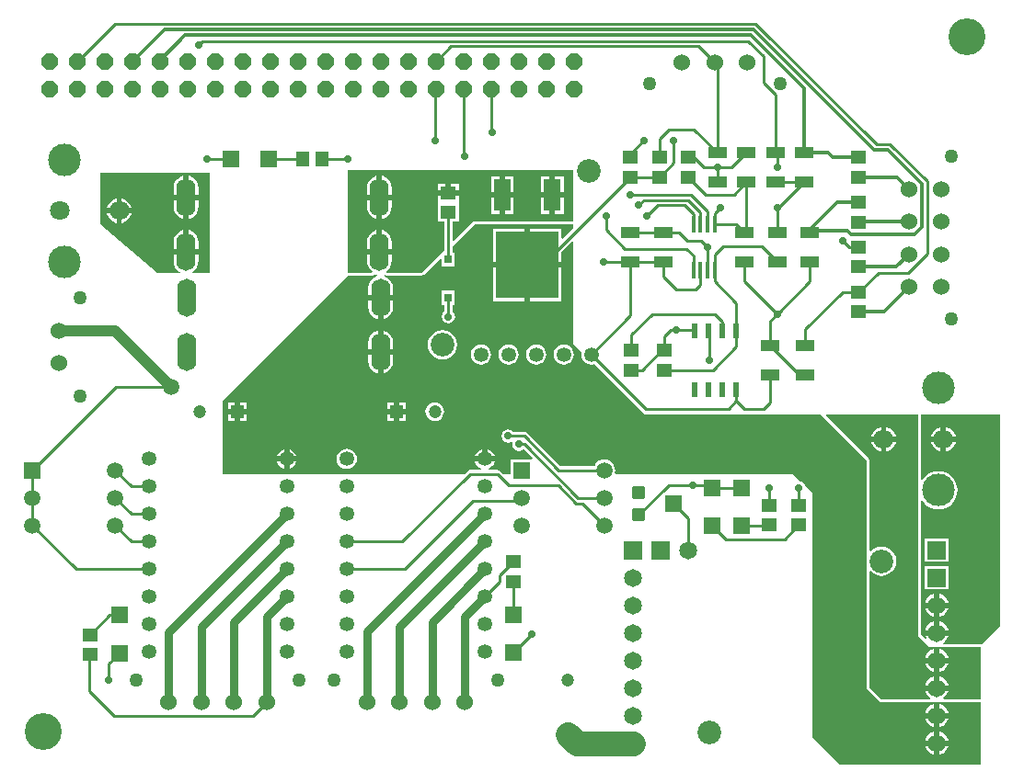
<source format=gtl>
G04 Layer_Physical_Order=1*
G04 Layer_Color=255*
%FSLAX44Y44*%
%MOMM*%
G71*
G01*
G75*
%ADD10R,1.7000X1.1000*%
%ADD11R,1.4000X1.2000*%
%ADD12R,1.2000X1.4000*%
%ADD13O,0.4000X1.6000*%
%ADD14R,0.7000X0.8000*%
%ADD15R,1.5000X1.5000*%
%ADD16R,1.5000X1.5000*%
G04:AMPARAMS|DCode=17|XSize=1.6mm|YSize=1.5mm|CornerRadius=0.075mm|HoleSize=0mm|Usage=FLASHONLY|Rotation=270.000|XOffset=0mm|YOffset=0mm|HoleType=Round|Shape=RoundedRectangle|*
%AMROUNDEDRECTD17*
21,1,1.6000,1.3500,0,0,270.0*
21,1,1.4500,1.5000,0,0,270.0*
1,1,0.1500,-0.6750,-0.7250*
1,1,0.1500,-0.6750,0.7250*
1,1,0.1500,0.6750,0.7250*
1,1,0.1500,0.6750,-0.7250*
%
%ADD17ROUNDEDRECTD17*%
G04:AMPARAMS|DCode=18|XSize=1.2mm|YSize=1.2mm|CornerRadius=0.06mm|HoleSize=0mm|Usage=FLASHONLY|Rotation=270.000|XOffset=0mm|YOffset=0mm|HoleType=Round|Shape=RoundedRectangle|*
%AMROUNDEDRECTD18*
21,1,1.2000,1.0800,0,0,270.0*
21,1,1.0800,1.2000,0,0,270.0*
1,1,0.1200,-0.5400,-0.5400*
1,1,0.1200,-0.5400,0.5400*
1,1,0.1200,0.5400,0.5400*
1,1,0.1200,0.5400,-0.5400*
%
%ADD18ROUNDEDRECTD18*%
%ADD19R,1.6000X3.0000*%
%ADD20R,5.8000X6.2000*%
%ADD21R,0.6000X1.4500*%
%ADD22C,0.2500*%
%ADD23C,0.3000*%
%ADD24C,1.0000*%
%ADD25C,0.5000*%
%ADD26C,0.8000*%
%ADD27C,2.3000*%
%ADD28C,3.4000*%
%ADD29C,1.5240*%
%ADD30C,1.2700*%
%ADD31C,1.5000*%
%ADD32C,1.2000*%
%ADD33R,1.2000X1.2000*%
%ADD34P,1.6496X8X202.5*%
%ADD35R,1.2000X1.2000*%
%ADD36C,2.1840*%
%ADD37C,1.6510*%
%ADD38R,1.6510X1.6510*%
%ADD39C,1.3499*%
%ADD40C,2.1844*%
%ADD41C,3.0000*%
%ADD42C,1.8000*%
%ADD43O,1.7549X3.5098*%
%ADD44C,0.7000*%
G36*
X522500Y501181D02*
Y498907D01*
X512713Y489120D01*
X511540Y489606D01*
Y498540D01*
X482500D01*
Y467500D01*
X511540D01*
Y477133D01*
X521327Y486919D01*
X522500Y486433D01*
X522500Y392500D01*
X530088Y384912D01*
X529771Y382500D01*
X530089Y380085D01*
X531021Y377835D01*
X532503Y375903D01*
X534435Y374421D01*
X536685Y373489D01*
X539100Y373171D01*
X541512Y373488D01*
X587500Y327500D01*
X750000D01*
X792500Y285000D01*
X792500Y75000D01*
X805000Y62500D01*
X897500Y62500D01*
X897500Y5000D01*
X767500Y5000D01*
X742500Y30000D01*
Y255000D01*
X735774Y261726D01*
X735652Y262341D01*
X734326Y264326D01*
X732341Y265652D01*
X731726Y265774D01*
X725000Y272500D01*
X561589D01*
X560794Y273770D01*
X561086Y275992D01*
X560742Y278603D01*
X559735Y281035D01*
X558132Y283124D01*
X556043Y284727D01*
X553610Y285735D01*
X551000Y286078D01*
X548390Y285735D01*
X545957Y284727D01*
X543868Y283124D01*
X542265Y281035D01*
X541760Y279815D01*
X510592D01*
X480204Y310204D01*
X478963Y311032D01*
X477500Y311323D01*
X467161D01*
X466826Y311826D01*
X464841Y313152D01*
X462500Y313617D01*
X460159Y313152D01*
X458174Y311826D01*
X456848Y309841D01*
X456382Y307500D01*
X456848Y305159D01*
X458174Y303174D01*
X460159Y301848D01*
X462500Y301383D01*
X464841Y301848D01*
X465549Y302321D01*
X466692Y301558D01*
X466382Y300000D01*
X466848Y297659D01*
X468174Y295674D01*
X470159Y294348D01*
X472500Y293883D01*
X474841Y294348D01*
X476582Y295511D01*
X484853Y287240D01*
X484305Y285992D01*
X464800D01*
Y272500D01*
X457907D01*
X455204Y275204D01*
X453963Y276032D01*
X452500Y276323D01*
X444266D01*
X444013Y277593D01*
X445685Y278286D01*
X447625Y279775D01*
X449114Y281715D01*
X450019Y283900D01*
X431981D01*
X432886Y281715D01*
X434375Y279775D01*
X436315Y278286D01*
X437987Y277593D01*
X437734Y276323D01*
X427500D01*
X426037Y276032D01*
X424796Y275204D01*
X422093Y272500D01*
X200000D01*
X200000Y340000D01*
X315451Y455451D01*
X337307D01*
X337390Y455467D01*
X337474Y455457D01*
X337875Y455564D01*
X338283Y455645D01*
X338353Y455692D01*
X338435Y455714D01*
X338764Y455967D01*
X338814Y456000D01*
X341782D01*
X342046Y454798D01*
X339294Y453658D01*
X336930Y451844D01*
X335117Y449481D01*
X333977Y446728D01*
X333588Y443774D01*
Y437500D01*
X345000D01*
X356412D01*
Y443774D01*
X356023Y446728D01*
X354883Y449481D01*
X353070Y451844D01*
X350706Y453658D01*
X348887Y454411D01*
X349022Y455730D01*
X349444Y455810D01*
X349569Y455714D01*
X349650Y455692D01*
X349721Y455645D01*
X350128Y455564D01*
X350529Y455457D01*
X350613Y455467D01*
X350696Y455451D01*
X383000D01*
X383975Y455645D01*
X384507Y456000D01*
X385000D01*
X400327Y471327D01*
X401500Y470841D01*
Y463500D01*
X413500D01*
Y476500D01*
X411323D01*
Y482323D01*
X431451Y502451D01*
X522500Y502451D01*
X522500Y501181D01*
D02*
G37*
G36*
X840000Y327500D02*
X840000Y123104D01*
X850000Y113104D01*
X897500D01*
X897500Y66319D01*
X897500Y65049D01*
X863229D01*
X862798Y66319D01*
X864599Y67701D01*
X866329Y69956D01*
X867417Y72582D01*
X867459Y72900D01*
X846341D01*
X846383Y72582D01*
X847471Y69956D01*
X849201Y67701D01*
X851002Y66319D01*
X850571Y65049D01*
X806056D01*
X795049Y76056D01*
X795049Y182622D01*
X796252Y183030D01*
X796529Y182669D01*
X799332Y180518D01*
X802597Y179165D01*
X806100Y178704D01*
X809603Y179165D01*
X812868Y180518D01*
X815671Y182669D01*
X817822Y185472D01*
X819175Y188737D01*
X819636Y192240D01*
X819175Y195743D01*
X817822Y199008D01*
X815671Y201811D01*
X812868Y203962D01*
X809603Y205315D01*
X806100Y205776D01*
X802597Y205315D01*
X799332Y203962D01*
X796529Y201811D01*
X796252Y201450D01*
X795049Y201858D01*
Y285000D01*
X794855Y285975D01*
X794302Y286802D01*
X754778Y326327D01*
X755264Y327500D01*
X840000Y327500D01*
D02*
G37*
G36*
X522500Y505000D02*
X430000Y505000D01*
X412497Y487497D01*
X411323Y487983D01*
Y505000D01*
X417000D01*
Y521707D01*
X417040Y522960D01*
X417040Y523253D01*
Y529000D01*
X407500D01*
X397960D01*
Y523254D01*
X397960Y522960D01*
X398000Y521707D01*
Y505000D01*
X403676D01*
Y478676D01*
X383000Y458000D01*
X350696D01*
X350265Y459270D01*
X352071Y460656D01*
X353885Y463019D01*
X355025Y465772D01*
X355414Y468726D01*
Y475000D01*
X344002D01*
X332590D01*
Y468726D01*
X332979Y465772D01*
X334119Y463019D01*
X335932Y460656D01*
X337738Y459270D01*
X337307Y458000D01*
X315000D01*
X315000Y552500D01*
X522500D01*
Y505000D01*
D02*
G37*
G36*
X187500Y457500D02*
X171787D01*
X171535Y458770D01*
X171710Y458842D01*
X174073Y460656D01*
X175887Y463019D01*
X177027Y465772D01*
X177416Y468726D01*
Y475000D01*
X166004D01*
X154592D01*
Y468726D01*
X154980Y465772D01*
X156121Y463019D01*
X157934Y460656D01*
X160298Y458842D01*
X160473Y458770D01*
X160220Y457500D01*
X140000D01*
X87500Y502500D01*
Y550000D01*
X187500D01*
Y457500D01*
D02*
G37*
G36*
X915000Y132500D02*
X898045Y115545D01*
X897500Y115653D01*
X862886D01*
X862643Y116155D01*
X862543Y116923D01*
X864599Y118501D01*
X866329Y120756D01*
X867417Y123382D01*
X867459Y123700D01*
X846341D01*
X846383Y123382D01*
X847274Y121232D01*
X846197Y120512D01*
X842549Y124160D01*
X842549Y247493D01*
X843781Y247802D01*
X843819Y247730D01*
X846006Y245066D01*
X848671Y242879D01*
X851711Y241254D01*
X855009Y240253D01*
X858440Y239915D01*
X861871Y240253D01*
X865169Y241254D01*
X868210Y242879D01*
X870874Y245066D01*
X873061Y247730D01*
X874686Y250771D01*
X875687Y254069D01*
X876025Y257500D01*
X875687Y260931D01*
X874686Y264229D01*
X873061Y267269D01*
X870874Y269934D01*
X868210Y272121D01*
X865169Y273746D01*
X861871Y274747D01*
X858440Y275085D01*
X855009Y274747D01*
X851711Y273746D01*
X848671Y272121D01*
X846006Y269934D01*
X843819Y267269D01*
X843781Y267198D01*
X842549Y267507D01*
Y327500D01*
X843819Y327500D01*
X915000Y327500D01*
X915000Y132500D01*
D02*
G37*
%LPC*%
G36*
X438500Y295419D02*
X436315Y294514D01*
X434375Y293025D01*
X432886Y291085D01*
X431981Y288900D01*
X438500D01*
Y295419D01*
D02*
G37*
G36*
X261214D02*
Y288900D01*
X267733D01*
X266828Y291085D01*
X265339Y293025D01*
X263399Y294514D01*
X261214Y295419D01*
D02*
G37*
G36*
X443500D02*
Y288900D01*
X450019D01*
X449114Y291085D01*
X447625Y293025D01*
X445685Y294514D01*
X443500Y295419D01*
D02*
G37*
G36*
X256214Y283900D02*
X249694D01*
X250599Y281715D01*
X252089Y279775D01*
X254029Y278286D01*
X256214Y277381D01*
Y283900D01*
D02*
G37*
G36*
X314000Y295729D02*
X311585Y295411D01*
X309335Y294479D01*
X307403Y292997D01*
X305921Y291065D01*
X304989Y288815D01*
X304671Y286400D01*
X304989Y283985D01*
X305921Y281735D01*
X307403Y279803D01*
X309335Y278321D01*
X311585Y277389D01*
X314000Y277071D01*
X316415Y277389D01*
X318665Y278321D01*
X320597Y279803D01*
X322079Y281735D01*
X323011Y283985D01*
X323329Y286400D01*
X323011Y288815D01*
X322079Y291065D01*
X320597Y292997D01*
X318665Y294479D01*
X316415Y295411D01*
X314000Y295729D01*
D02*
G37*
G36*
X267733Y283900D02*
X261214D01*
Y277381D01*
X263399Y278286D01*
X265339Y279775D01*
X266828Y281715D01*
X267733Y283900D01*
D02*
G37*
G36*
X256214Y295419D02*
X254029Y294514D01*
X252089Y293025D01*
X250599Y291085D01*
X249694Y288900D01*
X256214D01*
Y295419D01*
D02*
G37*
G36*
X854400Y22100D02*
X846341D01*
X846383Y21782D01*
X847471Y19156D01*
X849201Y16901D01*
X851456Y15171D01*
X854082Y14083D01*
X854400Y14041D01*
Y22100D01*
D02*
G37*
G36*
X211000Y327500D02*
X204960D01*
Y321460D01*
X211000D01*
Y327500D01*
D02*
G37*
G36*
X395000Y338573D02*
X392781Y338281D01*
X390713Y337425D01*
X388938Y336062D01*
X387575Y334287D01*
X386719Y332219D01*
X386427Y330000D01*
X386719Y327781D01*
X387575Y325713D01*
X388938Y323938D01*
X390713Y322575D01*
X392781Y321719D01*
X395000Y321427D01*
X397219Y321719D01*
X399287Y322575D01*
X401062Y323938D01*
X402425Y325713D01*
X403281Y327781D01*
X403573Y330000D01*
X403281Y332219D01*
X402425Y334287D01*
X401062Y336062D01*
X399287Y337425D01*
X397219Y338281D01*
X395000Y338573D01*
D02*
G37*
G36*
X222040Y327500D02*
X216000D01*
Y321460D01*
X222040D01*
Y327500D01*
D02*
G37*
G36*
X368540D02*
X362500D01*
Y321460D01*
X368540D01*
Y327500D01*
D02*
G37*
G36*
X357500D02*
X351460D01*
Y321460D01*
X357500D01*
Y327500D01*
D02*
G37*
G36*
X854400Y60559D02*
X854082Y60517D01*
X851456Y59429D01*
X849201Y57699D01*
X847471Y55444D01*
X846383Y52818D01*
X846341Y52500D01*
X854400D01*
Y60559D01*
D02*
G37*
G36*
X867459Y47500D02*
X859400D01*
Y39441D01*
X859718Y39483D01*
X862344Y40571D01*
X864599Y42301D01*
X866329Y44556D01*
X867417Y47182D01*
X867459Y47500D01*
D02*
G37*
G36*
X859400Y60559D02*
Y52500D01*
X867459D01*
X867417Y52818D01*
X866329Y55444D01*
X864599Y57699D01*
X862344Y59429D01*
X859718Y60517D01*
X859400Y60559D01*
D02*
G37*
G36*
Y35159D02*
Y27100D01*
X867459D01*
X867417Y27418D01*
X866329Y30044D01*
X864599Y32299D01*
X862344Y34029D01*
X859718Y35117D01*
X859400Y35159D01*
D02*
G37*
G36*
X854400Y47500D02*
X846341D01*
X846383Y47182D01*
X847471Y44556D01*
X849201Y42301D01*
X851456Y40571D01*
X854082Y39483D01*
X854400Y39441D01*
Y47500D01*
D02*
G37*
G36*
Y35159D02*
X854082Y35117D01*
X851456Y34029D01*
X849201Y32299D01*
X847471Y30044D01*
X846383Y27418D01*
X846341Y27100D01*
X854400D01*
Y35159D01*
D02*
G37*
G36*
X867459Y22100D02*
X859400D01*
Y14041D01*
X859718Y14083D01*
X862344Y15171D01*
X864599Y16901D01*
X866329Y19156D01*
X867417Y21782D01*
X867459Y22100D01*
D02*
G37*
G36*
X211000Y338540D02*
X204960D01*
Y332500D01*
X211000D01*
Y338540D01*
D02*
G37*
G36*
X488300Y391829D02*
X485885Y391511D01*
X483635Y390579D01*
X481703Y389097D01*
X480221Y387165D01*
X479289Y384915D01*
X478971Y382500D01*
X479289Y380085D01*
X480221Y377835D01*
X481703Y375903D01*
X483635Y374421D01*
X485885Y373489D01*
X488300Y373171D01*
X490715Y373489D01*
X492965Y374421D01*
X494897Y375903D01*
X496379Y377835D01*
X497311Y380085D01*
X497629Y382500D01*
X497311Y384915D01*
X496379Y387165D01*
X494897Y389097D01*
X492965Y390579D01*
X490715Y391511D01*
X488300Y391829D01*
D02*
G37*
G36*
X462900D02*
X460485Y391511D01*
X458235Y390579D01*
X456303Y389097D01*
X454821Y387165D01*
X453889Y384915D01*
X453571Y382500D01*
X453889Y380085D01*
X454821Y377835D01*
X456303Y375903D01*
X458235Y374421D01*
X460485Y373489D01*
X462900Y373171D01*
X465315Y373489D01*
X467565Y374421D01*
X469497Y375903D01*
X470979Y377835D01*
X471911Y380085D01*
X472229Y382500D01*
X471911Y384915D01*
X470979Y387165D01*
X469497Y389097D01*
X467565Y390579D01*
X465315Y391511D01*
X462900Y391829D01*
D02*
G37*
G36*
X513700D02*
X511285Y391511D01*
X509035Y390579D01*
X507103Y389097D01*
X505621Y387165D01*
X504689Y384915D01*
X504371Y382500D01*
X504689Y380085D01*
X505621Y377835D01*
X507103Y375903D01*
X509035Y374421D01*
X511285Y373489D01*
X513700Y373171D01*
X516115Y373489D01*
X518365Y374421D01*
X520297Y375903D01*
X521779Y377835D01*
X522711Y380085D01*
X523029Y382500D01*
X522711Y384915D01*
X521779Y387165D01*
X520297Y389097D01*
X518365Y390579D01*
X516115Y391511D01*
X513700Y391829D01*
D02*
G37*
G36*
X342500Y404855D02*
X342046Y404795D01*
X339294Y403655D01*
X336930Y401842D01*
X335117Y399478D01*
X333977Y396726D01*
X333588Y393772D01*
Y387498D01*
X342500D01*
Y404855D01*
D02*
G37*
G36*
X401940Y404928D02*
X398436Y404467D01*
X395171Y403114D01*
X392367Y400963D01*
X390216Y398159D01*
X388863Y394894D01*
X388402Y391390D01*
X388863Y387886D01*
X390216Y384621D01*
X392367Y381817D01*
X395171Y379666D01*
X398436Y378313D01*
X401940Y377852D01*
X405444Y378313D01*
X408709Y379666D01*
X411513Y381817D01*
X413664Y384621D01*
X415017Y387886D01*
X415478Y391390D01*
X415017Y394894D01*
X413664Y398159D01*
X411513Y400963D01*
X408709Y403114D01*
X405444Y404467D01*
X401940Y404928D01*
D02*
G37*
G36*
X437500Y391829D02*
X435085Y391511D01*
X432835Y390579D01*
X430903Y389097D01*
X429421Y387165D01*
X428489Y384915D01*
X428171Y382500D01*
X428489Y380085D01*
X429421Y377835D01*
X430903Y375903D01*
X432835Y374421D01*
X435085Y373489D01*
X437500Y373171D01*
X439915Y373489D01*
X442165Y374421D01*
X444097Y375903D01*
X445579Y377835D01*
X446511Y380085D01*
X446829Y382500D01*
X446511Y384915D01*
X445579Y387165D01*
X444097Y389097D01*
X442165Y390579D01*
X439915Y391511D01*
X437500Y391829D01*
D02*
G37*
G36*
X368540Y338540D02*
X362500D01*
Y332500D01*
X368540D01*
Y338540D01*
D02*
G37*
G36*
X357500D02*
X351460D01*
Y332500D01*
X357500D01*
Y338540D01*
D02*
G37*
G36*
X222040D02*
X216000D01*
Y332500D01*
X222040D01*
Y338540D01*
D02*
G37*
G36*
X342500Y382498D02*
X333588D01*
Y376223D01*
X333977Y373270D01*
X335117Y370517D01*
X336930Y368154D01*
X339294Y366340D01*
X342046Y365200D01*
X342500Y365140D01*
Y382498D01*
D02*
G37*
G36*
X356412D02*
X347500D01*
Y365140D01*
X347954Y365200D01*
X350706Y366340D01*
X353070Y368154D01*
X354883Y370517D01*
X356023Y373270D01*
X356412Y376223D01*
Y382498D01*
D02*
G37*
G36*
X477500Y498540D02*
X448460D01*
Y467500D01*
X477500D01*
Y498540D01*
D02*
G37*
G36*
X511540Y462500D02*
X482500D01*
Y431460D01*
X511540D01*
Y462500D01*
D02*
G37*
G36*
X413500Y441500D02*
X401500D01*
Y428500D01*
X403677D01*
Y422161D01*
X403174Y421826D01*
X401848Y419841D01*
X401382Y417500D01*
X401848Y415159D01*
X403174Y413174D01*
X405159Y411848D01*
X407500Y411382D01*
X409841Y411848D01*
X411826Y413174D01*
X413152Y415159D01*
X413618Y417500D01*
X413152Y419841D01*
X411826Y421826D01*
X411323Y422161D01*
Y428500D01*
X413500D01*
Y441500D01*
D02*
G37*
G36*
X347500Y404855D02*
Y387498D01*
X356412D01*
Y393772D01*
X356023Y396726D01*
X354883Y399478D01*
X353070Y401842D01*
X350706Y403655D01*
X347954Y404795D01*
X347500Y404855D01*
D02*
G37*
G36*
X356412Y432500D02*
X347500D01*
Y415143D01*
X347954Y415202D01*
X350706Y416342D01*
X353070Y418156D01*
X354883Y420519D01*
X356023Y423272D01*
X356412Y426226D01*
Y432500D01*
D02*
G37*
G36*
X477500Y462500D02*
X448460D01*
Y431460D01*
X477500D01*
Y462500D01*
D02*
G37*
G36*
X342500Y432500D02*
X333588D01*
Y426226D01*
X333977Y423272D01*
X335117Y420519D01*
X336930Y418156D01*
X339294Y416342D01*
X342046Y415202D01*
X342500Y415143D01*
Y432500D01*
D02*
G37*
G36*
X805540Y302000D02*
X796730D01*
X796797Y301487D01*
X797960Y298680D01*
X799810Y296270D01*
X802220Y294420D01*
X805027Y293257D01*
X805540Y293190D01*
Y302000D01*
D02*
G37*
G36*
X819351D02*
X810540D01*
Y293190D01*
X811053Y293257D01*
X813860Y294420D01*
X816271Y296270D01*
X818120Y298680D01*
X819283Y301487D01*
X819351Y302000D01*
D02*
G37*
G36*
X805540Y315810D02*
X805027Y315743D01*
X802220Y314580D01*
X799810Y312730D01*
X797960Y310320D01*
X796797Y307512D01*
X796730Y307000D01*
X805540D01*
Y315810D01*
D02*
G37*
G36*
X810540D02*
Y307000D01*
X819351D01*
X819283Y307512D01*
X818120Y310320D01*
X816271Y312730D01*
X813860Y314580D01*
X811053Y315743D01*
X810540Y315810D01*
D02*
G37*
G36*
X867459Y98300D02*
X859400D01*
Y90241D01*
X859718Y90283D01*
X862344Y91371D01*
X864599Y93101D01*
X866329Y95356D01*
X867417Y97982D01*
X867459Y98300D01*
D02*
G37*
G36*
X854400D02*
X846341D01*
X846383Y97982D01*
X847471Y95356D01*
X849201Y93101D01*
X851456Y91371D01*
X854082Y90283D01*
X854400Y90241D01*
Y98300D01*
D02*
G37*
G36*
Y111359D02*
X854082Y111317D01*
X851456Y110229D01*
X849201Y108499D01*
X847471Y106244D01*
X846383Y103618D01*
X846341Y103300D01*
X854400D01*
Y111359D01*
D02*
G37*
G36*
X859400D02*
Y103300D01*
X867459D01*
X867417Y103618D01*
X866329Y106244D01*
X864599Y108499D01*
X862344Y110229D01*
X859718Y111317D01*
X859400Y111359D01*
D02*
G37*
G36*
Y85959D02*
Y77900D01*
X867459D01*
X867417Y78218D01*
X866329Y80844D01*
X864599Y83099D01*
X862344Y84829D01*
X859718Y85917D01*
X859400Y85959D01*
D02*
G37*
G36*
X854400D02*
X854082Y85917D01*
X851456Y84829D01*
X849201Y83099D01*
X847471Y80844D01*
X846383Y78218D01*
X846341Y77900D01*
X854400D01*
Y85959D01*
D02*
G37*
G36*
X467640Y527000D02*
X459600D01*
Y511960D01*
X467640D01*
Y527000D01*
D02*
G37*
G36*
X454600D02*
X446560D01*
Y511960D01*
X454600D01*
Y527000D01*
D02*
G37*
G36*
X500400D02*
X492360D01*
Y511960D01*
X500400D01*
Y527000D01*
D02*
G37*
G36*
X513440D02*
X505400D01*
Y511960D01*
X513440D01*
Y527000D01*
D02*
G37*
G36*
X355414Y525002D02*
X346502D01*
Y507645D01*
X346955Y507705D01*
X349708Y508845D01*
X352071Y510658D01*
X353885Y513022D01*
X355025Y515774D01*
X355414Y518728D01*
Y525002D01*
D02*
G37*
G36*
X341502D02*
X332590D01*
Y518728D01*
X332979Y515774D01*
X334119Y513022D01*
X335932Y510658D01*
X338296Y508845D01*
X341048Y507705D01*
X341502Y507645D01*
Y525002D01*
D02*
G37*
G36*
X500400Y547040D02*
X492360D01*
Y532000D01*
X500400D01*
Y547040D01*
D02*
G37*
G36*
X467640D02*
X459600D01*
Y532000D01*
X467640D01*
Y547040D01*
D02*
G37*
G36*
X513440D02*
X505400D01*
Y532000D01*
X513440D01*
Y547040D01*
D02*
G37*
G36*
X417040Y540040D02*
X410000D01*
Y534000D01*
X417040D01*
Y540040D01*
D02*
G37*
G36*
X405000D02*
X397960D01*
Y534000D01*
X405000D01*
Y540040D01*
D02*
G37*
G36*
X454600Y547040D02*
X446560D01*
Y532000D01*
X454600D01*
Y547040D01*
D02*
G37*
G36*
X341502Y547360D02*
X341048Y547300D01*
X338296Y546160D01*
X335932Y544346D01*
X334119Y541983D01*
X332979Y539230D01*
X332590Y536277D01*
Y530002D01*
X341502D01*
Y547360D01*
D02*
G37*
G36*
X346502D02*
Y530002D01*
X355414D01*
Y536277D01*
X355025Y539230D01*
X353885Y541983D01*
X352071Y544346D01*
X349708Y546160D01*
X346955Y547300D01*
X346502Y547360D01*
D02*
G37*
G36*
X341502Y497357D02*
X341048Y497298D01*
X338296Y496158D01*
X335932Y494344D01*
X334119Y491981D01*
X332979Y489228D01*
X332590Y486274D01*
Y480000D01*
X341502D01*
Y497357D01*
D02*
G37*
G36*
X346502D02*
Y480000D01*
X355414D01*
Y486274D01*
X355025Y489228D01*
X353885Y491981D01*
X352071Y494344D01*
X349708Y496158D01*
X346955Y497298D01*
X346502Y497357D01*
D02*
G37*
G36*
X102000Y526310D02*
X101488Y526243D01*
X98680Y525080D01*
X96270Y523230D01*
X94420Y520820D01*
X93257Y518013D01*
X93190Y517500D01*
X102000D01*
Y526310D01*
D02*
G37*
G36*
X177416Y525002D02*
X168504D01*
Y507645D01*
X168957Y507705D01*
X171710Y508845D01*
X174073Y510658D01*
X175887Y513022D01*
X177027Y515774D01*
X177416Y518728D01*
Y525002D01*
D02*
G37*
G36*
X102000Y512500D02*
X93190D01*
X93257Y511987D01*
X94420Y509180D01*
X96270Y506770D01*
X98680Y504920D01*
X101488Y503757D01*
X102000Y503690D01*
Y512500D01*
D02*
G37*
G36*
X115810D02*
X107000D01*
Y503690D01*
X107513Y503757D01*
X110320Y504920D01*
X112730Y506770D01*
X114580Y509180D01*
X115743Y511987D01*
X115810Y512500D01*
D02*
G37*
G36*
X163504Y525002D02*
X154592D01*
Y518728D01*
X154980Y515774D01*
X156121Y513022D01*
X157934Y510658D01*
X160298Y508845D01*
X163050Y507705D01*
X163504Y507645D01*
Y525002D01*
D02*
G37*
G36*
X107000Y526311D02*
Y517500D01*
X115810D01*
X115743Y518013D01*
X114580Y520820D01*
X112730Y523230D01*
X110320Y525080D01*
X107513Y526243D01*
X107000Y526311D01*
D02*
G37*
G36*
X168504Y547360D02*
Y530002D01*
X177416D01*
Y536277D01*
X177027Y539230D01*
X175887Y541983D01*
X174073Y544346D01*
X171710Y546160D01*
X168957Y547300D01*
X168504Y547360D01*
D02*
G37*
G36*
X163504Y547360D02*
X163050Y547300D01*
X160298Y546160D01*
X157934Y544346D01*
X156121Y541983D01*
X154980Y539230D01*
X154592Y536277D01*
Y530002D01*
X163504D01*
Y547360D01*
D02*
G37*
G36*
X168504Y497357D02*
Y480000D01*
X177416D01*
Y486274D01*
X177027Y489228D01*
X175887Y491981D01*
X174073Y494344D01*
X171710Y496158D01*
X168957Y497298D01*
X168504Y497357D01*
D02*
G37*
G36*
X163504Y497357D02*
X163050Y497298D01*
X160298Y496158D01*
X157934Y494344D01*
X156121Y491981D01*
X154980Y489228D01*
X154592Y486274D01*
Y480000D01*
X163504D01*
Y497357D01*
D02*
G37*
G36*
X874351Y302000D02*
X865540D01*
Y293190D01*
X866053Y293257D01*
X868860Y294420D01*
X871270Y296270D01*
X873120Y298680D01*
X874283Y301487D01*
X874351Y302000D01*
D02*
G37*
G36*
X860540D02*
X851730D01*
X851797Y301487D01*
X852960Y298680D01*
X854810Y296270D01*
X857220Y294420D01*
X860027Y293257D01*
X860540Y293190D01*
Y302000D01*
D02*
G37*
G36*
X865540Y315810D02*
Y307000D01*
X874350D01*
X874283Y307512D01*
X873120Y310320D01*
X871270Y312730D01*
X868860Y314580D01*
X866053Y315743D01*
X865540Y315810D01*
D02*
G37*
G36*
X860540Y315810D02*
X860027Y315743D01*
X857220Y314580D01*
X854810Y312730D01*
X852960Y310320D01*
X851797Y307512D01*
X851730Y307000D01*
X860540D01*
Y315810D01*
D02*
G37*
G36*
X854400Y136759D02*
X854082Y136717D01*
X851456Y135629D01*
X849201Y133899D01*
X847471Y131644D01*
X846383Y129018D01*
X846341Y128700D01*
X854400D01*
Y136759D01*
D02*
G37*
G36*
X859400D02*
Y128700D01*
X867459D01*
X867417Y129018D01*
X866329Y131644D01*
X864599Y133899D01*
X862344Y135629D01*
X859718Y136717D01*
X859400Y136759D01*
D02*
G37*
G36*
X867655Y213155D02*
X846145D01*
Y191645D01*
X867655D01*
Y213155D01*
D02*
G37*
G36*
X867459Y149100D02*
X859400D01*
Y141041D01*
X859718Y141083D01*
X862344Y142171D01*
X864599Y143901D01*
X866329Y146156D01*
X867417Y148782D01*
X867459Y149100D01*
D02*
G37*
G36*
X854400D02*
X846341D01*
X846383Y148782D01*
X847471Y146156D01*
X849201Y143901D01*
X851456Y142171D01*
X854082Y141083D01*
X854400Y141041D01*
Y149100D01*
D02*
G37*
G36*
Y162159D02*
X854082Y162117D01*
X851456Y161029D01*
X849201Y159299D01*
X847471Y157044D01*
X846383Y154418D01*
X846341Y154100D01*
X854400D01*
Y162159D01*
D02*
G37*
G36*
X867655Y187755D02*
X846145D01*
Y166245D01*
X867655D01*
Y187755D01*
D02*
G37*
G36*
X859400Y162159D02*
Y154100D01*
X867459D01*
X867417Y154418D01*
X866329Y157044D01*
X864599Y159299D01*
X862344Y161029D01*
X859718Y162117D01*
X859400Y162159D01*
D02*
G37*
%LPD*%
D10*
X708333Y568500D02*
D03*
Y541500D02*
D03*
X735950Y363750D02*
D03*
Y390750D02*
D03*
X703450D02*
D03*
Y363750D02*
D03*
X575000Y468000D02*
D03*
Y495000D02*
D03*
X605000Y468000D02*
D03*
Y495000D02*
D03*
X680000D02*
D03*
Y468000D02*
D03*
X710000D02*
D03*
Y495000D02*
D03*
X735000Y541500D02*
D03*
Y568500D02*
D03*
X681667Y541500D02*
D03*
Y568500D02*
D03*
X655000Y541500D02*
D03*
Y568500D02*
D03*
X740000Y468000D02*
D03*
Y495000D02*
D03*
D11*
X785000Y422000D02*
D03*
Y440000D02*
D03*
Y463333D02*
D03*
Y481333D02*
D03*
X601667Y546000D02*
D03*
Y564000D02*
D03*
X575000D02*
D03*
Y546000D02*
D03*
X628333Y564000D02*
D03*
Y546000D02*
D03*
X785000Y504667D02*
D03*
Y522667D02*
D03*
Y546000D02*
D03*
Y564000D02*
D03*
X467500Y191500D02*
D03*
Y173500D02*
D03*
X575950Y386250D02*
D03*
Y368250D02*
D03*
X605950Y386250D02*
D03*
Y368250D02*
D03*
X77500Y106000D02*
D03*
Y124000D02*
D03*
X407500Y513500D02*
D03*
Y531500D02*
D03*
X730000Y225484D02*
D03*
Y243484D02*
D03*
X703083D02*
D03*
Y225484D02*
D03*
D12*
X291500Y562500D02*
D03*
X273500D02*
D03*
D13*
X652500Y502500D02*
D03*
X646000D02*
D03*
X639500D02*
D03*
X633000D02*
D03*
X652500Y460500D02*
D03*
X646000D02*
D03*
X639500D02*
D03*
X633000D02*
D03*
D14*
X407500Y435000D02*
D03*
Y470000D02*
D03*
D15*
X242500Y562500D02*
D03*
X207500D02*
D03*
D16*
X105000Y142500D02*
D03*
Y107500D02*
D03*
X467500Y142908D02*
D03*
Y107908D02*
D03*
X676917Y225000D02*
D03*
Y260000D02*
D03*
X650000Y225000D02*
D03*
Y260000D02*
D03*
X24800Y275992D02*
D03*
X474800D02*
D03*
D17*
X615000Y245000D02*
D03*
D18*
X582500Y255000D02*
D03*
Y235000D02*
D03*
D19*
X502900Y529500D02*
D03*
X457100D02*
D03*
D20*
X480000Y465000D02*
D03*
D21*
X634400Y350000D02*
D03*
X647100D02*
D03*
X659800D02*
D03*
X672500D02*
D03*
X634400Y404500D02*
D03*
X647100D02*
D03*
X659800D02*
D03*
X672500D02*
D03*
D22*
X617000Y442500D02*
X635000D01*
X605000Y454500D02*
X617000Y442500D01*
X605000Y454500D02*
Y468000D01*
X635000Y442500D02*
X639500Y447000D01*
Y460500D01*
X177500Y667500D02*
X181500Y671500D01*
X100700Y687500D02*
X690203D01*
X181500Y671500D02*
X683500D01*
X632500Y262500D02*
X647500D01*
X610000D02*
X632500D01*
X607500Y260000D02*
X610000Y262500D01*
X647500D02*
X650000Y260000D01*
X650000Y260000D01*
X607500D02*
X607500Y260000D01*
X582500Y235000D02*
X607500Y260000D01*
X467500Y107908D02*
X484592Y125000D01*
X668167Y555000D02*
X681667Y568500D01*
X655000Y555000D02*
X668167D01*
X655000Y541500D02*
Y555000D01*
X642500D02*
X655000D01*
X633500Y564000D02*
X642500Y555000D01*
X690203Y687500D02*
X801419Y576284D01*
X65700Y652500D02*
X100700Y687500D01*
X615000Y245000D02*
X628300Y231700D01*
Y202400D02*
Y231700D01*
X427500Y272500D02*
X452500D01*
X365200Y210200D02*
X427500Y272500D01*
X452500D02*
X463158Y261842D01*
X650000Y225000D02*
X662500Y212500D01*
X717016D01*
X730000Y225484D01*
X676917Y225000D02*
X702599D01*
X703083Y225484D01*
X650000Y260000D02*
X676917D01*
X730450Y363750D02*
X735950D01*
X697500Y332500D02*
X703450Y338450D01*
X680000Y332500D02*
X697500D01*
X672500Y340000D02*
X680000Y332500D01*
X665000D02*
X672500Y340000D01*
X589100Y332500D02*
X665000D01*
X539100Y382500D02*
X589100Y332500D01*
X632429Y460500D02*
X633000D01*
X672500Y404500D02*
Y430000D01*
X652500Y450000D02*
X672500Y430000D01*
X539100Y382500D02*
X575000Y418400D01*
X647100Y404500D02*
X647500Y404100D01*
X185000Y562500D02*
X207500D01*
X65192Y184800D02*
X131714D01*
X314000D02*
X367300D01*
X659800Y404500D02*
Y412700D01*
X652500Y420000D02*
X659800Y412700D01*
X595000Y420000D02*
X652500D01*
X575950Y400950D02*
X595000Y420000D01*
X575950Y386250D02*
Y400950D01*
X617500Y405000D02*
X633900D01*
X652500Y651654D02*
X655000Y649154D01*
Y568500D02*
Y649154D01*
X291500Y562500D02*
X315000D01*
X207500D02*
X207500Y562500D01*
X421300Y566200D02*
Y627100D01*
Y566200D02*
X422500Y565000D01*
X446700Y588300D02*
X447500Y587500D01*
X395000Y626200D02*
X395900Y627100D01*
X395000Y580000D02*
Y626200D01*
X446700Y588300D02*
Y627100D01*
X603450Y386250D02*
X605950D01*
X585450Y368250D02*
X603450Y386250D01*
X633900Y405000D02*
X634400Y404500D01*
X611900Y405000D02*
X617500D01*
X605950Y399050D02*
X611900Y405000D01*
X550500Y468000D02*
X575000D01*
X670167Y530000D02*
X681667Y541500D01*
X645250Y503250D02*
X646000Y502500D01*
X697500Y632672D02*
Y657500D01*
X683500Y671500D02*
X697500Y657500D01*
X770000Y487500D02*
X776167Y481333D01*
X830453Y458083D02*
X848160Y475790D01*
X803083Y458083D02*
X830453D01*
X785000Y440000D02*
X803083Y458083D01*
X697500Y632672D02*
X708333Y621839D01*
Y568500D02*
Y621839D01*
X672500Y502500D02*
X680000Y495000D01*
X681667Y496667D01*
X645250Y459750D02*
X646000Y460500D01*
X605950Y386250D02*
Y399050D01*
X710000Y420000D02*
X740000Y450000D01*
X680000Y450000D02*
X710000Y420000D01*
X703450Y413450D02*
X710000Y420000D01*
X703450Y390750D02*
Y413450D01*
X695500Y482500D02*
X710000Y468000D01*
X711000Y517500D02*
X735000Y541500D01*
X710000Y517500D02*
X711000D01*
X710000Y495000D02*
Y517500D01*
X776167Y481333D02*
X785000D01*
X314000Y210200D02*
X365200D01*
X735950Y390750D02*
Y405950D01*
X770000Y440000D02*
X785000D01*
X735950Y405950D02*
X770000Y440000D01*
X681667Y568167D02*
Y568500D01*
X650750Y368250D02*
X672500Y390000D01*
X407500Y417500D02*
Y435000D01*
X407500Y470000D02*
X407500Y470000D01*
X407500Y470000D02*
Y513500D01*
X242500Y562500D02*
X273500D01*
X24800Y250592D02*
Y275992D01*
Y225192D02*
Y250592D01*
Y225192D02*
X65192Y184800D01*
X115992Y210200D02*
X131714D01*
X101000Y225192D02*
X115992Y210200D01*
Y235600D02*
X131714D01*
X101000Y250592D02*
X115992Y235600D01*
Y261000D02*
X131714D01*
X101000Y275992D02*
X115992Y261000D01*
X77250Y105750D02*
X77500Y106000D01*
X77250Y72750D02*
Y105750D01*
Y72750D02*
X100000Y50000D01*
X227500D01*
X240000Y62500D01*
X96000Y142500D02*
X105000D01*
X77500Y124000D02*
X96000Y142500D01*
X467500Y173500D02*
X467500Y173500D01*
X848160Y475790D02*
Y541988D01*
X801419Y576284D02*
X813864D01*
X848160Y541988D01*
X703083Y243484D02*
Y259417D01*
X702500Y260000D02*
X703083Y259417D01*
X730000Y243484D02*
Y260000D01*
X730000Y260000D01*
X367300Y184800D02*
X430000Y247500D01*
X471708D01*
X474800Y250592D01*
X24800Y275992D02*
X101257Y352449D01*
X152551D01*
X472500Y300000D02*
X477500D01*
X575000Y418400D02*
Y468000D01*
X703450Y338450D02*
Y363750D01*
X575000Y468000D02*
X605000D01*
X672500Y340000D02*
Y350000D01*
X681667Y496667D02*
Y541500D01*
X652500Y502500D02*
X672500D01*
X672500Y390000D02*
Y404500D01*
X605950Y368250D02*
X650750D01*
X652500Y450000D02*
Y460500D01*
X703450Y390750D02*
X730450Y363750D01*
X680000Y450000D02*
Y468000D01*
X628333Y564000D02*
X633500D01*
X740000Y450000D02*
Y468000D01*
X708333Y541500D02*
X735000D01*
X575950Y368250D02*
X585450D01*
X708333Y568500D02*
X710000Y566833D01*
X647500Y377500D02*
Y404100D01*
X710000Y555000D02*
Y566833D01*
X644333Y530000D02*
X670167D01*
X575000Y564000D02*
X578500D01*
Y568500D01*
X570000Y480000D02*
X626500D01*
X633000Y473500D01*
Y460500D02*
Y473500D01*
X652500Y460500D02*
Y475000D01*
X646000Y460500D02*
Y481500D01*
X652500Y475000D02*
X660000Y482500D01*
X695500D01*
X646000Y502500D02*
Y514429D01*
X575000Y546000D02*
X601667D01*
X633000Y502500D02*
Y512000D01*
X639500Y502500D02*
Y513858D01*
X628333Y546000D02*
X644333Y530000D01*
X575000Y495000D02*
X605000D01*
X640000Y487500D02*
X646000Y481500D01*
X627500Y487500D02*
X640000D01*
X605000Y495000D02*
X620000D01*
X627500Y487500D01*
X652500Y502500D02*
Y512500D01*
X657500Y517500D01*
X575000Y567500D02*
X587500Y580000D01*
X575000Y564000D02*
Y567500D01*
X601667Y564000D02*
Y581667D01*
X610000Y590000D01*
X633500D01*
X655000Y568500D01*
X601667Y546000D02*
X601970D01*
X615000Y559030D01*
Y580000D01*
X628358Y525000D02*
X639500Y513858D01*
X587500Y525000D02*
X628358D01*
X625000Y520000D02*
X633000Y512000D01*
X630429Y530000D02*
X646000Y514429D01*
X462500Y307500D02*
X477500D01*
X509008Y275992D01*
X551000D01*
X463158Y261842D02*
X508587D01*
X524837Y245592D01*
X530600D01*
X551000Y225192D01*
X477500Y300000D02*
X526908Y250592D01*
X551000D01*
X95000Y97500D02*
X105000Y107500D01*
X95000Y82500D02*
Y97500D01*
X409900Y666500D02*
X637654D01*
X652500Y651654D01*
X395900Y652500D02*
X409900Y666500D01*
X467500Y142908D02*
Y173500D01*
X441000Y159400D02*
X455000Y173400D01*
Y179303D01*
X467197Y191500D01*
X575000Y530000D02*
X630429D01*
X582500Y520000D02*
X587500Y525000D01*
X590000Y510000D02*
X600000Y520000D01*
X625000D01*
X550000Y467500D02*
X550500Y468000D01*
X480000Y465000D02*
X494000D01*
X575000Y546000D01*
X552500Y497500D02*
X570000Y480000D01*
X552500Y497500D02*
Y510000D01*
D23*
X165058Y676750D02*
X685750D01*
X146250Y682250D02*
X688028D01*
X141900Y653592D02*
X165058Y676750D01*
X141900Y652500D02*
Y653592D01*
X735000Y568500D02*
Y627500D01*
X685750Y676750D02*
X735000Y627500D01*
X116500Y652500D02*
X146250Y682250D01*
X842910Y509813D02*
X842910Y509813D01*
X836103Y493380D02*
X842910Y500187D01*
X777630Y493380D02*
X836103D01*
X842910Y500187D02*
Y509813D01*
X765317Y522667D02*
X785000D01*
X740000Y497349D02*
X765317Y522667D01*
X740000Y495000D02*
Y497349D01*
X785333Y505000D02*
X831290D01*
X761000Y564000D02*
X785000D01*
X756500Y568500D02*
X761000Y564000D01*
X785000Y546000D02*
X820290D01*
X831290Y535000D01*
X785000Y504667D02*
X785333Y505000D01*
X785000Y463333D02*
X819623D01*
X831290Y475000D01*
X785000Y422000D02*
X808290D01*
X831290Y445000D01*
X836103Y546620D02*
X842910Y539813D01*
Y530187D02*
Y539813D01*
Y530187D02*
X842910Y530187D01*
Y509813D02*
Y530187D01*
X688028Y682250D02*
X799244Y571034D01*
X836103Y546620D02*
Y546620D01*
X799244Y571034D02*
X811689D01*
X836103Y546620D01*
X774510Y496500D02*
X777630Y493380D01*
X740000Y495000D02*
X741500Y496500D01*
X774510D01*
X735000Y568500D02*
X756500D01*
D24*
X48750Y404635D02*
X100365D01*
X152551Y352449D01*
D25*
X257100Y286400D02*
X258714D01*
X273500Y562500D02*
X273500Y562500D01*
D26*
X332500Y127100D02*
X441000Y235600D01*
X332500Y62500D02*
Y127100D01*
X362500Y62500D02*
Y131700D01*
X441000Y210200D01*
X392500Y62500D02*
Y136300D01*
X441000Y184800D01*
X422500Y62500D02*
Y140900D01*
X441000Y159400D01*
X150000Y62500D02*
Y126886D01*
X258714Y235600D01*
X180000Y62500D02*
Y131486D01*
X258714Y210200D01*
X210000Y62500D02*
Y136086D01*
X258714Y184800D01*
X240000Y62500D02*
Y140686D01*
X258714Y159400D01*
D27*
X525400Y24600D02*
X577500D01*
X517500Y32500D02*
X525400Y24600D01*
D28*
X35000Y35000D02*
D03*
X885000Y675000D02*
D03*
D29*
X861290Y535000D02*
D03*
Y505000D02*
D03*
Y475000D02*
D03*
Y445000D02*
D03*
X831290D02*
D03*
Y475000D02*
D03*
Y505000D02*
D03*
Y535000D02*
D03*
X48750Y374635D02*
D03*
Y404635D02*
D03*
X652500Y651654D02*
D03*
X682501Y651955D02*
D03*
X622501D02*
D03*
X332500Y62500D02*
D03*
X362500D02*
D03*
X392500D02*
D03*
X422500D02*
D03*
X150000D02*
D03*
X180000D02*
D03*
X210000D02*
D03*
X240000D02*
D03*
D30*
X870690Y415000D02*
D03*
Y565000D02*
D03*
X68350Y344635D02*
D03*
Y434635D02*
D03*
X592501Y631955D02*
D03*
X712501D02*
D03*
X302500Y82500D02*
D03*
X452500D02*
D03*
X120000D02*
D03*
X270000D02*
D03*
D31*
X24800Y250592D02*
D03*
Y225192D02*
D03*
X101000Y275992D02*
D03*
Y250592D02*
D03*
Y225192D02*
D03*
X474800Y250592D02*
D03*
Y225192D02*
D03*
X551000Y275992D02*
D03*
Y250592D02*
D03*
Y225192D02*
D03*
X152551Y352449D02*
D03*
D32*
X395000Y330000D02*
D03*
X178500D02*
D03*
X517500Y82500D02*
D03*
D33*
X360000Y330000D02*
D03*
X213500D02*
D03*
D34*
X522900Y652500D02*
D03*
X497500D02*
D03*
X472100D02*
D03*
X446700D02*
D03*
X421300D02*
D03*
X395900D02*
D03*
X522900Y627100D02*
D03*
X497500D02*
D03*
X472100D02*
D03*
X446700D02*
D03*
X421300D02*
D03*
X395900D02*
D03*
X370500Y652500D02*
D03*
Y627100D02*
D03*
X345100Y652500D02*
D03*
X319700D02*
D03*
X294300D02*
D03*
X268900D02*
D03*
X243500D02*
D03*
X218100D02*
D03*
X345100Y627100D02*
D03*
X319700D02*
D03*
X294300D02*
D03*
X268900D02*
D03*
X243500D02*
D03*
X218100D02*
D03*
X192700Y652500D02*
D03*
Y627100D02*
D03*
X167300Y652500D02*
D03*
X141900D02*
D03*
X116500D02*
D03*
X91100D02*
D03*
X65700D02*
D03*
X40300D02*
D03*
X167300Y627100D02*
D03*
X141900D02*
D03*
X116500D02*
D03*
X91100D02*
D03*
X65700D02*
D03*
X40300D02*
D03*
D35*
X517500Y32500D02*
D03*
D36*
X806100Y192240D02*
D03*
X647350Y34760D02*
D03*
D37*
X856900Y24600D02*
D03*
Y50000D02*
D03*
Y75400D02*
D03*
Y100800D02*
D03*
Y126200D02*
D03*
Y151600D02*
D03*
X577500Y24600D02*
D03*
Y50000D02*
D03*
Y75400D02*
D03*
Y100800D02*
D03*
Y126200D02*
D03*
Y151600D02*
D03*
Y177000D02*
D03*
X628300Y202400D02*
D03*
D38*
X856900Y177000D02*
D03*
Y202400D02*
D03*
X577500D02*
D03*
X602900D02*
D03*
D39*
X131714Y286400D02*
D03*
Y261000D02*
D03*
Y235600D02*
D03*
Y210200D02*
D03*
Y184800D02*
D03*
Y159400D02*
D03*
Y134000D02*
D03*
Y108600D02*
D03*
X258714D02*
D03*
Y134000D02*
D03*
Y159400D02*
D03*
Y184800D02*
D03*
Y210200D02*
D03*
Y235600D02*
D03*
Y261000D02*
D03*
Y286400D02*
D03*
X314000D02*
D03*
Y261000D02*
D03*
Y235600D02*
D03*
Y210200D02*
D03*
Y184800D02*
D03*
Y159400D02*
D03*
Y134000D02*
D03*
Y108600D02*
D03*
X441000D02*
D03*
Y134000D02*
D03*
Y159400D02*
D03*
Y184800D02*
D03*
Y210200D02*
D03*
Y235600D02*
D03*
Y261000D02*
D03*
Y286400D02*
D03*
X539100Y382500D02*
D03*
X513700D02*
D03*
X488300D02*
D03*
X462900D02*
D03*
X437500D02*
D03*
D40*
X536560Y551410D02*
D03*
X401940Y391390D02*
D03*
D41*
X54100Y562000D02*
D03*
Y468000D02*
D03*
X858440Y257500D02*
D03*
Y351500D02*
D03*
D42*
X49500Y515000D02*
D03*
X104500D02*
D03*
X863040Y304500D02*
D03*
X808040D02*
D03*
D43*
X345000Y435000D02*
D03*
Y384998D02*
D03*
X167002Y435000D02*
D03*
Y384998D02*
D03*
X166004Y477500D02*
D03*
Y527503D02*
D03*
X344002Y477500D02*
D03*
Y527503D02*
D03*
D44*
X177500Y667500D02*
D03*
X632500Y262500D02*
D03*
X484592Y125000D02*
D03*
X655000Y555000D02*
D03*
X185000Y562500D02*
D03*
X315000D02*
D03*
X422500Y565000D02*
D03*
X447500Y587500D02*
D03*
X395000Y580000D02*
D03*
X617500Y405000D02*
D03*
X770000Y487500D02*
D03*
X710000Y420000D02*
D03*
Y517500D02*
D03*
X407500Y417500D02*
D03*
X702500Y260000D02*
D03*
X730000D02*
D03*
X472500Y300000D02*
D03*
X647500Y377500D02*
D03*
X710000Y555000D02*
D03*
X646000Y481500D02*
D03*
X657500Y517500D02*
D03*
X587500Y580000D02*
D03*
X615000D02*
D03*
X462500Y307500D02*
D03*
X575000Y530000D02*
D03*
X95000Y82500D02*
D03*
X582500Y520000D02*
D03*
X590000Y510000D02*
D03*
X550000Y467500D02*
D03*
X552500Y510000D02*
D03*
M02*

</source>
